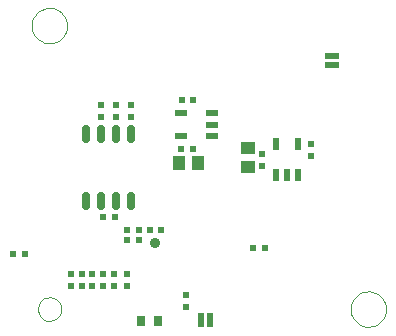
<source format=gbp>
G04*
G04 #@! TF.GenerationSoftware,Altium Limited,Altium Designer,22.10.1 (41)*
G04*
G04 Layer_Color=128*
%FSLAX25Y25*%
%MOIN*%
G70*
G04*
G04 #@! TF.SameCoordinates,84BF85B8-C2DE-4563-98F9-37A291DCC650*
G04*
G04*
G04 #@! TF.FilePolarity,Positive*
G04*
G01*
G75*
%ADD13C,0.00394*%
%ADD20R,0.02362X0.02362*%
%ADD21R,0.04331X0.02362*%
%ADD22R,0.02362X0.01968*%
%ADD23R,0.03150X0.03543*%
%ADD27R,0.01968X0.02362*%
%ADD30R,0.02362X0.02362*%
%ADD78R,0.03937X0.05118*%
%ADD79R,0.02000X0.05000*%
%ADD80C,0.03500*%
%ADD81R,0.02362X0.04331*%
%ADD82R,0.05118X0.03937*%
%ADD83R,0.05000X0.02000*%
G04:AMPARAMS|DCode=84|XSize=57.09mil|YSize=25.59mil|CornerRadius=6.4mil|HoleSize=0mil|Usage=FLASHONLY|Rotation=270.000|XOffset=0mil|YOffset=0mil|HoleType=Round|Shape=RoundedRectangle|*
%AMROUNDEDRECTD84*
21,1,0.05709,0.01280,0,0,270.0*
21,1,0.04429,0.02559,0,0,270.0*
1,1,0.01280,-0.00640,-0.02215*
1,1,0.01280,-0.00640,0.02215*
1,1,0.01280,0.00640,0.02215*
1,1,0.01280,0.00640,-0.02215*
%
%ADD84ROUNDEDRECTD84*%
D13*
X31496Y103347D02*
X31411Y104344D01*
X31159Y105314D01*
X30746Y106227D01*
X30185Y107056D01*
X29492Y107780D01*
X28687Y108375D01*
X27793Y108826D01*
X26835Y109119D01*
X25841Y109247D01*
X24840Y109204D01*
X23861Y108993D01*
X22932Y108620D01*
X22079Y108095D01*
X21327Y107433D01*
X20698Y106653D01*
X20209Y105779D01*
X19876Y104834D01*
X19706Y103847D01*
Y102846D01*
X19876Y101858D01*
X20209Y100914D01*
X20698Y100040D01*
X21327Y99260D01*
X22079Y98598D01*
X22932Y98073D01*
X23861Y97700D01*
X24840Y97489D01*
X25841Y97446D01*
X26835Y97574D01*
X27793Y97867D01*
X28687Y98318D01*
X29492Y98913D01*
X30185Y99637D01*
X30746Y100466D01*
X31159Y101379D01*
X31411Y102348D01*
X31496Y103347D01*
X137795Y8858D02*
X137710Y9856D01*
X137458Y10826D01*
X137045Y11738D01*
X136485Y12568D01*
X135791Y13291D01*
X134986Y13887D01*
X134092Y14338D01*
X133134Y14631D01*
X132140Y14759D01*
X131140Y14716D01*
X130160Y14505D01*
X129231Y14131D01*
X128378Y13606D01*
X127626Y12945D01*
X126997Y12165D01*
X126508Y11291D01*
X126175Y10346D01*
X126005Y9359D01*
Y8357D01*
X126175Y7370D01*
X126508Y6426D01*
X126997Y5551D01*
X127626Y4772D01*
X128378Y4110D01*
X129231Y3585D01*
X130160Y3212D01*
X131140Y3001D01*
X132140Y2958D01*
X133134Y3085D01*
X134092Y3379D01*
X134986Y3830D01*
X135791Y4425D01*
X136485Y5148D01*
X137045Y5978D01*
X137458Y6891D01*
X137710Y7860D01*
X137795Y8858D01*
X29528D02*
X29404Y9837D01*
X29041Y10755D01*
X28460Y11553D01*
X27700Y12182D01*
X26807Y12603D01*
X25838Y12788D01*
X24853Y12725D01*
X23914Y12421D01*
X23081Y11892D01*
X22405Y11172D01*
X21930Y10308D01*
X21685Y9352D01*
Y8365D01*
X21930Y7409D01*
X22405Y6544D01*
X23081Y5825D01*
X23914Y5296D01*
X24853Y4991D01*
X25838Y4929D01*
X26807Y5114D01*
X27700Y5534D01*
X28460Y6163D01*
X29041Y6962D01*
X29404Y7879D01*
X29528Y8858D01*
D20*
X62913Y35394D02*
D03*
X58976D02*
D03*
X51417D02*
D03*
X55354D02*
D03*
X13410Y27165D02*
D03*
X17347D02*
D03*
D21*
X79803Y74094D02*
D03*
Y70354D02*
D03*
Y66614D02*
D03*
X69567Y74094D02*
D03*
Y66614D02*
D03*
D22*
X55354Y31969D02*
D03*
X51417D02*
D03*
X69606Y78425D02*
D03*
X73543D02*
D03*
X73453Y62323D02*
D03*
X69516D02*
D03*
X93425Y29173D02*
D03*
X97362D02*
D03*
X47362Y39409D02*
D03*
X43425D02*
D03*
D23*
X61693Y5000D02*
D03*
X56181D02*
D03*
D27*
X112795Y63858D02*
D03*
Y59921D02*
D03*
X96575Y56732D02*
D03*
Y60669D02*
D03*
D30*
X71063Y9488D02*
D03*
Y13425D02*
D03*
X39843Y20669D02*
D03*
Y16732D02*
D03*
X52756Y76772D02*
D03*
Y72835D02*
D03*
X43386Y16732D02*
D03*
Y20669D02*
D03*
X36399Y16732D02*
D03*
Y20669D02*
D03*
X46929Y16732D02*
D03*
Y20669D02*
D03*
X51575Y16732D02*
D03*
Y20669D02*
D03*
X32856Y16732D02*
D03*
Y20669D02*
D03*
X47638Y72835D02*
D03*
Y76772D02*
D03*
X42913Y72835D02*
D03*
Y76772D02*
D03*
D78*
X74980Y57520D02*
D03*
X68681D02*
D03*
D79*
X79177Y5079D02*
D03*
X76177D02*
D03*
D80*
X60903Y30741D02*
D03*
D81*
X100945Y63898D02*
D03*
X108425D02*
D03*
X100945Y53661D02*
D03*
X104685D02*
D03*
X108425D02*
D03*
D82*
X91772Y62520D02*
D03*
Y56221D02*
D03*
D83*
X119860Y90360D02*
D03*
Y93360D02*
D03*
D84*
X52776Y44980D02*
D03*
X47776D02*
D03*
X37776D02*
D03*
X52776Y67224D02*
D03*
X47776D02*
D03*
X42776D02*
D03*
X37776D02*
D03*
X42776Y44980D02*
D03*
M02*

</source>
